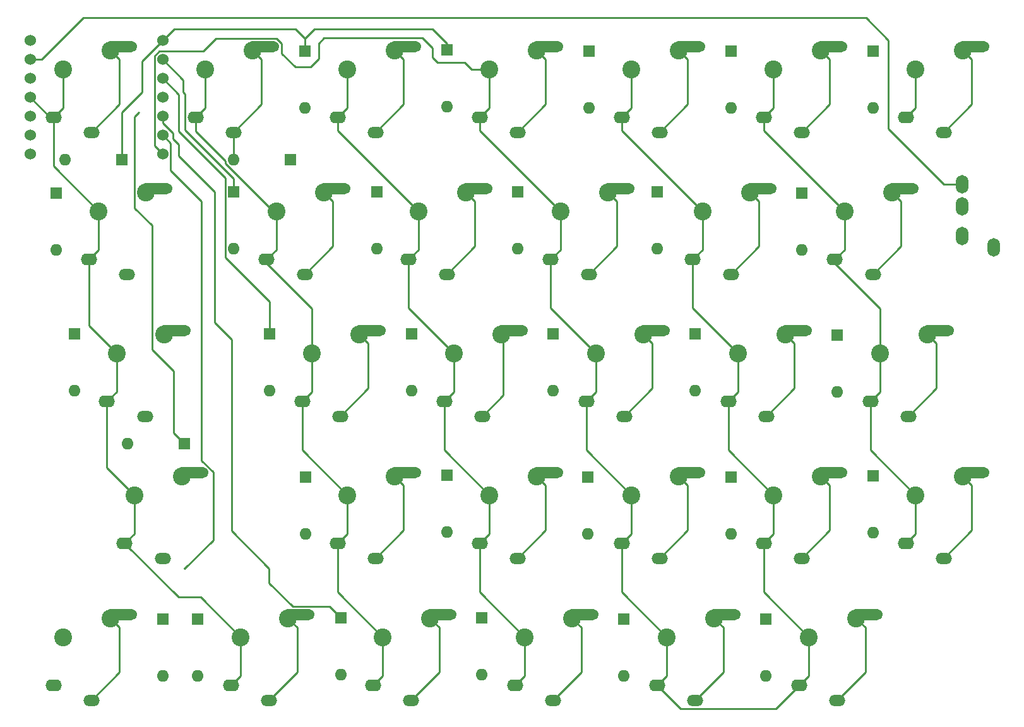
<source format=gbr>
%TF.GenerationSoftware,KiCad,Pcbnew,(7.0.0)*%
%TF.CreationDate,2023-05-23T14:58:40+09:00*%
%TF.ProjectId,sgkb,73676b62-2e6b-4696-9361-645f70636258,rev?*%
%TF.SameCoordinates,Original*%
%TF.FileFunction,Copper,L1,Top*%
%TF.FilePolarity,Positive*%
%FSLAX46Y46*%
G04 Gerber Fmt 4.6, Leading zero omitted, Abs format (unit mm)*
G04 Created by KiCad (PCBNEW (7.0.0)) date 2023-05-23 14:58:40*
%MOMM*%
%LPD*%
G01*
G04 APERTURE LIST*
G04 Aperture macros list*
%AMHorizOval*
0 Thick line with rounded ends*
0 $1 width*
0 $2 $3 position (X,Y) of the first rounded end (center of the circle)*
0 $4 $5 position (X,Y) of the second rounded end (center of the circle)*
0 Add line between two ends*
20,1,$1,$2,$3,$4,$5,0*
0 Add two circle primitives to create the rounded ends*
1,1,$1,$2,$3*
1,1,$1,$4,$5*%
G04 Aperture macros list end*
%TA.AperFunction,ComponentPad*%
%ADD10O,2.200000X1.600000*%
%TD*%
%TA.AperFunction,ComponentPad*%
%ADD11C,2.400000*%
%TD*%
%TA.AperFunction,ComponentPad*%
%ADD12O,2.200000X1.500000*%
%TD*%
%TA.AperFunction,ComponentPad*%
%ADD13HorizOval,1.500000X1.449945X0.012653X-1.449945X-0.012653X0*%
%TD*%
%TA.AperFunction,ComponentPad*%
%ADD14R,1.600000X1.600000*%
%TD*%
%TA.AperFunction,ComponentPad*%
%ADD15O,1.600000X1.600000*%
%TD*%
%TA.AperFunction,ComponentPad*%
%ADD16O,1.700000X2.500000*%
%TD*%
%TA.AperFunction,ComponentPad*%
%ADD17C,1.524000*%
%TD*%
%TA.AperFunction,ViaPad*%
%ADD18C,0.300000*%
%TD*%
%TA.AperFunction,Conductor*%
%ADD19C,0.250000*%
%TD*%
G04 APERTURE END LIST*
D10*
%TO.P,SW32,1,1*%
%TO.N,COL2*%
X61574999Y-132487499D03*
D11*
X62865000Y-126047500D03*
D12*
%TO.P,SW32,2,2*%
%TO.N,Net-(D32-A)*%
X66674999Y-134487499D03*
D11*
X69215000Y-123507500D03*
D13*
X70575041Y-123047098D03*
%TD*%
D10*
%TO.P,SW43,1,1*%
%TO.N,COL3*%
X94912499Y-151537499D03*
D11*
X96202500Y-145097500D03*
D12*
%TO.P,SW43,2,2*%
%TO.N,Net-(D43-A)*%
X100012499Y-153537499D03*
D11*
X102552500Y-142557500D03*
D13*
X103912541Y-142097098D03*
%TD*%
D14*
%TO.P,D41,1,K*%
%TO.N,ROW5*%
X66674999Y-142620999D03*
D15*
%TO.P,D41,2,A*%
%TO.N,Net-(D41-A)*%
X66674999Y-150240999D03*
%TD*%
D14*
%TO.P,D35,1,K*%
%TO.N,ROW4*%
X123697999Y-123570999D03*
D15*
%TO.P,D35,2,A*%
%TO.N,Net-(D35-A)*%
X123697999Y-131190999D03*
%TD*%
D10*
%TO.P,SW13,1,1*%
%TO.N,COL3*%
X80624999Y-94387499D03*
D11*
X81915000Y-87947500D03*
D12*
%TO.P,SW13,2,2*%
%TO.N,Net-(D13-A)*%
X85724999Y-96387499D03*
D11*
X88265000Y-85407500D03*
D13*
X89625041Y-84947098D03*
%TD*%
D10*
%TO.P,SW41,1,1*%
%TO.N,COL1*%
X52049999Y-151537499D03*
D11*
X53340000Y-145097500D03*
D12*
%TO.P,SW41,2,2*%
%TO.N,Net-(D41-A)*%
X57149999Y-153537499D03*
D11*
X59690000Y-142557500D03*
D13*
X61050041Y-142097098D03*
%TD*%
D14*
%TO.P,D8,1,K*%
%TO.N,Net-(D8-K)*%
X161924999Y-66420999D03*
D15*
%TO.P,D8,2,A*%
%TO.N,ROW1*%
X161924999Y-74040999D03*
%TD*%
D14*
%TO.P,D43,1,K*%
%TO.N,ROW5*%
X90550999Y-142493999D03*
D15*
%TO.P,D43,2,A*%
%TO.N,Net-(D43-A)*%
X90550999Y-150113999D03*
%TD*%
D10*
%TO.P,SW34,1,1*%
%TO.N,COL4*%
X109199999Y-132487499D03*
D11*
X110490000Y-126047500D03*
D12*
%TO.P,SW34,2,2*%
%TO.N,Net-(D34-A)*%
X114299999Y-134487499D03*
D11*
X116840000Y-123507500D03*
D13*
X118200041Y-123047098D03*
%TD*%
D10*
%TO.P,SW27,1,1*%
%TO.N,COL4*%
X161587499Y-113437499D03*
D11*
X162877500Y-106997500D03*
D12*
%TO.P,SW27,2,2*%
%TO.N,Net-(D27-K)*%
X166687499Y-115437499D03*
D11*
X169227500Y-104457500D03*
D13*
X170587541Y-103997098D03*
%TD*%
D14*
%TO.P,D32,1,K*%
%TO.N,ROW4*%
X69595999Y-119125999D03*
D15*
%TO.P,D32,2,A*%
%TO.N,Net-(D32-A)*%
X61975999Y-119125999D03*
%TD*%
D14*
%TO.P,D45,1,K*%
%TO.N,ROW5*%
X128523999Y-142620999D03*
D15*
%TO.P,D45,2,A*%
%TO.N,Net-(D45-A)*%
X128523999Y-150240999D03*
%TD*%
D14*
%TO.P,D3,1,K*%
%TO.N,ROW1*%
X83819999Y-81025999D03*
D15*
%TO.P,D3,2,A*%
%TO.N,Net-(D3-A)*%
X76199999Y-81025999D03*
%TD*%
D10*
%TO.P,SW25,1,1*%
%TO.N,COL5*%
X123487499Y-113437499D03*
D11*
X124777500Y-106997500D03*
D12*
%TO.P,SW25,2,2*%
%TO.N,Net-(D25-A)*%
X128587499Y-115437499D03*
D11*
X131127500Y-104457500D03*
D13*
X132487541Y-103997098D03*
%TD*%
D10*
%TO.P,SW6,1,1*%
%TO.N,COL5*%
X128249999Y-75337499D03*
D11*
X129540000Y-68897500D03*
D12*
%TO.P,SW6,2,2*%
%TO.N,Net-(D6-K)*%
X133349999Y-77337499D03*
D11*
X135890000Y-66357500D03*
D13*
X137250041Y-65897098D03*
%TD*%
D10*
%TO.P,SW4,1,1*%
%TO.N,COL4*%
X90149999Y-75337499D03*
D11*
X91440000Y-68897500D03*
D12*
%TO.P,SW4,2,2*%
%TO.N,Net-(D4-A)*%
X95249999Y-77337499D03*
D11*
X97790000Y-66357500D03*
D13*
X99150041Y-65897098D03*
%TD*%
D14*
%TO.P,D5,1,K*%
%TO.N,ROW1*%
X104774999Y-66293999D03*
D15*
%TO.P,D5,2,A*%
%TO.N,Net-(D5-A)*%
X104774999Y-73913999D03*
%TD*%
D14*
%TO.P,D22,1,K*%
%TO.N,ROW3*%
X54832249Y-104393999D03*
D15*
%TO.P,D22,2,A*%
%TO.N,Net-(D22-A)*%
X54832249Y-112013999D03*
%TD*%
D10*
%TO.P,SW7,1,1*%
%TO.N,COL4*%
X147299999Y-75337499D03*
D11*
X148590000Y-68897500D03*
D12*
%TO.P,SW7,2,2*%
%TO.N,Net-(D7-K)*%
X152399999Y-77337499D03*
D11*
X154940000Y-66357500D03*
D13*
X156300041Y-65897098D03*
%TD*%
D10*
%TO.P,SW17,1,1*%
%TO.N,COL4*%
X156824999Y-94387499D03*
D11*
X158115000Y-87947500D03*
D12*
%TO.P,SW17,2,2*%
%TO.N,Net-(D17-K)*%
X161924999Y-96387499D03*
D11*
X164465000Y-85407500D03*
D13*
X165825041Y-84947098D03*
%TD*%
D10*
%TO.P,SW24,1,1*%
%TO.N,COL4*%
X104437499Y-113437499D03*
D11*
X105727500Y-106997500D03*
D12*
%TO.P,SW24,2,2*%
%TO.N,Net-(D24-A)*%
X109537499Y-115437499D03*
D11*
X112077500Y-104457500D03*
D13*
X113437541Y-103997098D03*
%TD*%
D14*
%TO.P,D46,1,K*%
%TO.N,Net-(D46-K)*%
X147573999Y-142620999D03*
D15*
%TO.P,D46,2,A*%
%TO.N,ROW5*%
X147573999Y-150240999D03*
%TD*%
D10*
%TO.P,SW37,1,1*%
%TO.N,COL4*%
X166349999Y-132487499D03*
D11*
X167640000Y-126047500D03*
D12*
%TO.P,SW37,2,2*%
%TO.N,Net-(D37-K)*%
X171449999Y-134487499D03*
D11*
X173990000Y-123507500D03*
D13*
X175350041Y-123047098D03*
%TD*%
D10*
%TO.P,SW12,1,1*%
%TO.N,COL2*%
X56812499Y-94387499D03*
D11*
X58102500Y-87947500D03*
D12*
%TO.P,SW12,2,2*%
%TO.N,Net-(D12-A)*%
X61912499Y-96387499D03*
D11*
X64452500Y-85407500D03*
D13*
X65812541Y-84947098D03*
%TD*%
D14*
%TO.P,D6,1,K*%
%TO.N,Net-(D6-K)*%
X123824999Y-66420999D03*
D15*
%TO.P,D6,2,A*%
%TO.N,ROW1*%
X123824999Y-74040999D03*
%TD*%
D14*
%TO.P,D24,1,K*%
%TO.N,ROW3*%
X100075999Y-104393999D03*
D15*
%TO.P,D24,2,A*%
%TO.N,Net-(D24-A)*%
X100075999Y-112013999D03*
%TD*%
D10*
%TO.P,SW23,1,1*%
%TO.N,COL3*%
X85387499Y-113437499D03*
D11*
X86677500Y-106997500D03*
D12*
%TO.P,SW23,2,2*%
%TO.N,Net-(D23-A)*%
X90487499Y-115437499D03*
D11*
X93027500Y-104457500D03*
D13*
X94387541Y-103997098D03*
%TD*%
D14*
%TO.P,D14,1,K*%
%TO.N,ROW2*%
X95376999Y-85343999D03*
D15*
%TO.P,D14,2,A*%
%TO.N,Net-(D14-A)*%
X95376999Y-92963999D03*
%TD*%
D10*
%TO.P,SW33,1,1*%
%TO.N,COL3*%
X90149999Y-132487499D03*
D11*
X91440000Y-126047500D03*
D12*
%TO.P,SW33,2,2*%
%TO.N,Net-(D33-A)*%
X95249999Y-134487499D03*
D11*
X97790000Y-123507500D03*
D13*
X99150041Y-123047098D03*
%TD*%
D10*
%TO.P,SW15,1,1*%
%TO.N,COL5*%
X118724999Y-94387499D03*
D11*
X120015000Y-87947500D03*
D12*
%TO.P,SW15,2,2*%
%TO.N,Net-(D15-A)*%
X123824999Y-96387499D03*
D11*
X126365000Y-85407500D03*
D13*
X127725041Y-84947098D03*
%TD*%
D10*
%TO.P,SW46,1,1*%
%TO.N,COL5*%
X152062499Y-151537499D03*
D11*
X153352500Y-145097500D03*
D12*
%TO.P,SW46,2,2*%
%TO.N,Net-(D46-K)*%
X157162499Y-153537499D03*
D11*
X159702500Y-142557500D03*
D13*
X161062541Y-142097098D03*
%TD*%
D14*
%TO.P,D42,1,K*%
%TO.N,ROW5*%
X71373999Y-142620999D03*
D15*
%TO.P,D42,2,A*%
%TO.N,Net-(D42-A)*%
X71373999Y-150240999D03*
%TD*%
D10*
%TO.P,SW42,1,1*%
%TO.N,COL2*%
X75862499Y-151537499D03*
D11*
X77152500Y-145097500D03*
D12*
%TO.P,SW42,2,2*%
%TO.N,Net-(D42-A)*%
X80962499Y-153537499D03*
D11*
X83502500Y-142557500D03*
D13*
X84862541Y-142097098D03*
%TD*%
D10*
%TO.P,SW2,1,1*%
%TO.N,COL2*%
X52049999Y-75337499D03*
D11*
X53340000Y-68897500D03*
D12*
%TO.P,SW2,2,2*%
%TO.N,Net-(D2-A)*%
X57149999Y-77337499D03*
D11*
X59690000Y-66357500D03*
D13*
X61050041Y-65897098D03*
%TD*%
D14*
%TO.P,D13,1,K*%
%TO.N,ROW2*%
X76199999Y-85343999D03*
D15*
%TO.P,D13,2,A*%
%TO.N,Net-(D13-A)*%
X76199999Y-92963999D03*
%TD*%
D10*
%TO.P,SW3,1,1*%
%TO.N,COL3*%
X71099999Y-75337499D03*
D11*
X72390000Y-68897500D03*
D12*
%TO.P,SW3,2,2*%
%TO.N,Net-(D3-A)*%
X76199999Y-77337499D03*
D11*
X78740000Y-66357500D03*
D13*
X80100041Y-65897098D03*
%TD*%
D14*
%TO.P,D12,1,K*%
%TO.N,ROW2*%
X52387499Y-85470999D03*
D15*
%TO.P,D12,2,A*%
%TO.N,Net-(D12-A)*%
X52387499Y-93090999D03*
%TD*%
D14*
%TO.P,D23,1,K*%
%TO.N,ROW3*%
X81025999Y-104393999D03*
D15*
%TO.P,D23,2,A*%
%TO.N,Net-(D23-A)*%
X81025999Y-112013999D03*
%TD*%
D14*
%TO.P,D36,1,K*%
%TO.N,Net-(D36-K)*%
X142874999Y-123570999D03*
D15*
%TO.P,D36,2,A*%
%TO.N,ROW4*%
X142874999Y-131190999D03*
%TD*%
D14*
%TO.P,D25,1,K*%
%TO.N,ROW3*%
X118998999Y-104393999D03*
D15*
%TO.P,D25,2,A*%
%TO.N,Net-(D25-A)*%
X118998999Y-112013999D03*
%TD*%
D14*
%TO.P,D4,1,K*%
%TO.N,ROW1*%
X85724999Y-66420999D03*
D15*
%TO.P,D4,2,A*%
%TO.N,Net-(D4-A)*%
X85724999Y-74040999D03*
%TD*%
D10*
%TO.P,SW26,1,1*%
%TO.N,COL5*%
X142537499Y-113437499D03*
D11*
X143827500Y-106997500D03*
D12*
%TO.P,SW26,2,2*%
%TO.N,Net-(D26-K)*%
X147637499Y-115437499D03*
D11*
X150177500Y-104457500D03*
D13*
X151537541Y-103997098D03*
%TD*%
D14*
%TO.P,D44,1,K*%
%TO.N,ROW5*%
X109473999Y-142493999D03*
D15*
%TO.P,D44,2,A*%
%TO.N,Net-(D44-A)*%
X109473999Y-150113999D03*
%TD*%
D10*
%TO.P,SW14,1,1*%
%TO.N,COL4*%
X99674999Y-94387499D03*
D11*
X100965000Y-87947500D03*
D12*
%TO.P,SW14,2,2*%
%TO.N,Net-(D14-A)*%
X104774999Y-96387499D03*
D11*
X107315000Y-85407500D03*
D13*
X108675041Y-84947098D03*
%TD*%
D10*
%TO.P,SW35,1,1*%
%TO.N,COL5*%
X128249999Y-132487499D03*
D11*
X129540000Y-126047500D03*
D12*
%TO.P,SW35,2,2*%
%TO.N,Net-(D35-A)*%
X133349999Y-134487499D03*
D11*
X135890000Y-123507500D03*
D13*
X137250041Y-123047098D03*
%TD*%
D10*
%TO.P,SW22,1,1*%
%TO.N,COL2*%
X59193749Y-113437499D03*
D11*
X60483750Y-106997500D03*
D12*
%TO.P,SW22,2,2*%
%TO.N,Net-(D22-A)*%
X64293749Y-115437499D03*
D11*
X66833750Y-104457500D03*
D13*
X68193791Y-103997098D03*
%TD*%
D10*
%TO.P,SW5,1,1*%
%TO.N,COL5*%
X109199999Y-75337499D03*
D11*
X110490000Y-68897500D03*
D12*
%TO.P,SW5,2,2*%
%TO.N,Net-(D5-A)*%
X114299999Y-77337499D03*
D11*
X116840000Y-66357500D03*
D13*
X118200041Y-65897098D03*
%TD*%
D14*
%TO.P,D33,1,K*%
%TO.N,ROW4*%
X85851999Y-123570999D03*
D15*
%TO.P,D33,2,A*%
%TO.N,Net-(D33-A)*%
X85851999Y-131190999D03*
%TD*%
D10*
%TO.P,SW16,1,1*%
%TO.N,COL5*%
X137774999Y-94387499D03*
D11*
X139065000Y-87947500D03*
D12*
%TO.P,SW16,2,2*%
%TO.N,Net-(D16-K)*%
X142874999Y-96387499D03*
D11*
X145415000Y-85407500D03*
D13*
X146775041Y-84947098D03*
%TD*%
D14*
%TO.P,D37,1,K*%
%TO.N,Net-(D37-K)*%
X161924999Y-123443999D03*
D15*
%TO.P,D37,2,A*%
%TO.N,ROW4*%
X161924999Y-131063999D03*
%TD*%
D10*
%TO.P,SW44,1,1*%
%TO.N,COL4*%
X113962499Y-151537499D03*
D11*
X115252500Y-145097500D03*
D12*
%TO.P,SW44,2,2*%
%TO.N,Net-(D44-A)*%
X119062499Y-153537499D03*
D11*
X121602500Y-142557500D03*
D13*
X122962541Y-142097098D03*
%TD*%
D14*
%TO.P,D34,1,K*%
%TO.N,ROW4*%
X104774999Y-123316999D03*
D15*
%TO.P,D34,2,A*%
%TO.N,Net-(D34-A)*%
X104774999Y-130936999D03*
%TD*%
D14*
%TO.P,D15,1,K*%
%TO.N,ROW2*%
X114299999Y-85343999D03*
D15*
%TO.P,D15,2,A*%
%TO.N,Net-(D15-A)*%
X114299999Y-92963999D03*
%TD*%
D10*
%TO.P,SW36,1,1*%
%TO.N,COL5*%
X147299999Y-132487499D03*
D11*
X148590000Y-126047500D03*
D12*
%TO.P,SW36,2,2*%
%TO.N,Net-(D36-K)*%
X152399999Y-134487499D03*
D11*
X154940000Y-123507500D03*
D13*
X156300041Y-123047098D03*
%TD*%
D14*
%TO.P,D16,1,K*%
%TO.N,Net-(D16-K)*%
X132968999Y-85343999D03*
D15*
%TO.P,D16,2,A*%
%TO.N,ROW2*%
X132968999Y-92963999D03*
%TD*%
D10*
%TO.P,SW45,1,1*%
%TO.N,COL5*%
X133012499Y-151537499D03*
D11*
X134302500Y-145097500D03*
D12*
%TO.P,SW45,2,2*%
%TO.N,Net-(D45-A)*%
X138112499Y-153537499D03*
D11*
X140652500Y-142557500D03*
D13*
X142012541Y-142097098D03*
%TD*%
D14*
%TO.P,D17,1,K*%
%TO.N,Net-(D17-K)*%
X152399999Y-85470999D03*
D15*
%TO.P,D17,2,A*%
%TO.N,ROW2*%
X152399999Y-93090999D03*
%TD*%
D10*
%TO.P,SW8,1,1*%
%TO.N,COL3*%
X166349999Y-75337499D03*
D11*
X167640000Y-68897500D03*
D12*
%TO.P,SW8,2,2*%
%TO.N,Net-(D8-K)*%
X171449999Y-77337499D03*
D11*
X173990000Y-66357500D03*
D13*
X175350041Y-65897098D03*
%TD*%
D14*
%TO.P,D27,1,K*%
%TO.N,Net-(D27-K)*%
X157098999Y-104520999D03*
D15*
%TO.P,D27,2,A*%
%TO.N,ROW3*%
X157098999Y-112140999D03*
%TD*%
D14*
%TO.P,D26,1,K*%
%TO.N,Net-(D26-K)*%
X138048999Y-104393999D03*
D15*
%TO.P,D26,2,A*%
%TO.N,ROW3*%
X138048999Y-112013999D03*
%TD*%
D14*
%TO.P,D2,1,K*%
%TO.N,ROW1*%
X61213999Y-81025999D03*
D15*
%TO.P,D2,2,A*%
%TO.N,Net-(D2-A)*%
X53593999Y-81025999D03*
%TD*%
D14*
%TO.P,D7,1,K*%
%TO.N,Net-(D7-K)*%
X142874999Y-66420999D03*
D15*
%TO.P,D7,2,A*%
%TO.N,ROW1*%
X142874999Y-74040999D03*
%TD*%
D16*
%TO.P,J1,A*%
%TO.N,VCC*%
X178099999Y-92799999D03*
%TO.P,J1,B*%
%TO.N,GND*%
X173899999Y-84299999D03*
%TO.P,J1,C*%
%TO.N,unconnected-(J1-PadC)*%
X173899999Y-87299999D03*
%TO.P,J1,D*%
%TO.N,RX*%
X173899999Y-91299999D03*
%TD*%
D17*
%TO.P,U1,1,PA02_A0_D0*%
%TO.N,ROW1*%
X66675000Y-65024000D03*
%TO.P,U1,2,PA4_A1_D1*%
%TO.N,ROW2*%
X66675000Y-67564000D03*
%TO.P,U1,3,PA10_A2_D2*%
%TO.N,ROW3*%
X66675000Y-70104000D03*
%TO.P,U1,4,PA11_A3_D3*%
%TO.N,ROW4*%
X66675000Y-72644000D03*
%TO.P,U1,5,PA8_A4_D4_SDA*%
%TO.N,ROW5*%
X66675000Y-75184000D03*
%TO.P,U1,6,PA9_A5_D5_SCL*%
%TO.N,COL1*%
X66675000Y-77724000D03*
%TO.P,U1,7,PB08_A6_D6_TX*%
%TO.N,COL5*%
X66675000Y-80264000D03*
%TO.P,U1,8,PB09_A7_D7_RX*%
%TO.N,RX*%
X48895000Y-80264000D03*
%TO.P,U1,9,PA7_A8_D8_SCK*%
%TO.N,COL4*%
X48895000Y-77724000D03*
%TO.P,U1,10,PA5_A9_D9_MISO*%
%TO.N,COL3*%
X48895000Y-75184000D03*
%TO.P,U1,11,PA6_A10_D10_MOSI*%
%TO.N,COL2*%
X48895000Y-72644000D03*
%TO.P,U1,12,3V3*%
%TO.N,VCC*%
X48895000Y-70104000D03*
%TO.P,U1,13,GND*%
%TO.N,GND*%
X48895000Y-67564000D03*
%TO.P,U1,14,5V*%
%TO.N,unconnected-(U1-5V-Pad14)*%
X48895000Y-65024000D03*
%TD*%
D18*
%TO.N,ROW4*%
X63500000Y-74676000D03*
%TO.N,COL1*%
X69596000Y-135890000D03*
%TD*%
D19*
%TO.N,ROW1*%
X86995000Y-63500000D02*
X102870000Y-63500000D01*
X61214000Y-74676622D02*
X61214000Y-81026000D01*
X68199000Y-63500000D02*
X84455000Y-63500000D01*
X85725000Y-64770000D02*
X85725000Y-66421000D01*
X63925000Y-67774000D02*
X63925000Y-71965622D01*
X84455000Y-63500000D02*
X85725000Y-64770000D01*
X63925000Y-71965622D02*
X61214000Y-74676622D01*
X104775000Y-65405000D02*
X104775000Y-66294000D01*
X85725000Y-64770000D02*
X86995000Y-63500000D01*
X102870000Y-63500000D02*
X104775000Y-65405000D01*
X66675000Y-65024000D02*
X63925000Y-67774000D01*
X66675000Y-65024000D02*
X68199000Y-63500000D01*
%TO.N,Net-(D2-A)*%
X60890000Y-67557500D02*
X60890000Y-73597500D01*
X59690000Y-66357500D02*
X60890000Y-67557500D01*
X60890000Y-73597500D02*
X57150000Y-77337500D01*
%TO.N,Net-(D3-A)*%
X78740000Y-66357500D02*
X79940000Y-67557500D01*
X79940000Y-73597500D02*
X76200000Y-77337500D01*
X79940000Y-67557500D02*
X79940000Y-73597500D01*
X76200000Y-77337500D02*
X76200000Y-81026000D01*
%TO.N,Net-(D4-A)*%
X97790000Y-66357500D02*
X98990000Y-67557500D01*
X98990000Y-73597500D02*
X95250000Y-77337500D01*
X98990000Y-67557500D02*
X98990000Y-73597500D01*
%TO.N,Net-(D5-A)*%
X116840000Y-66357500D02*
X118040000Y-67557500D01*
X118040000Y-67557500D02*
X118040000Y-73597500D01*
X118040000Y-73597500D02*
X114300000Y-77337500D01*
%TO.N,Net-(D6-K)*%
X137090000Y-73597500D02*
X133350000Y-77337500D01*
X135890000Y-66357500D02*
X137090000Y-67557500D01*
X137090000Y-67557500D02*
X137090000Y-73597500D01*
%TO.N,Net-(D7-K)*%
X154940000Y-66357500D02*
X156140000Y-67557500D01*
X156140000Y-73597500D02*
X152400000Y-77337500D01*
X156140000Y-67557500D02*
X156140000Y-73597500D01*
%TO.N,Net-(D8-K)*%
X175190000Y-67557500D02*
X175190000Y-73597500D01*
X173990000Y-66357500D02*
X175190000Y-67557500D01*
X175190000Y-73597500D02*
X171450000Y-77337500D01*
%TO.N,Net-(D13-A)*%
X89465000Y-86607500D02*
X89465000Y-92647500D01*
X88265000Y-85407500D02*
X89465000Y-86607500D01*
X89465000Y-92647500D02*
X85725000Y-96387500D01*
%TO.N,Net-(D14-A)*%
X108515000Y-86607500D02*
X108515000Y-92647500D01*
X107315000Y-85407500D02*
X108515000Y-86607500D01*
X108515000Y-92647500D02*
X104775000Y-96387500D01*
%TO.N,Net-(D15-A)*%
X127565000Y-92647500D02*
X123825000Y-96387500D01*
X126365000Y-85407500D02*
X127565000Y-86607500D01*
X127565000Y-86607500D02*
X127565000Y-92647500D01*
%TO.N,Net-(D16-K)*%
X145415000Y-85407500D02*
X146615000Y-86607500D01*
X146615000Y-92647500D02*
X142875000Y-96387500D01*
X146615000Y-86607500D02*
X146615000Y-92647500D01*
%TO.N,Net-(D17-K)*%
X165665000Y-86607500D02*
X165665000Y-92647500D01*
X164465000Y-85407500D02*
X165665000Y-86607500D01*
X165665000Y-92647500D02*
X161925000Y-96387500D01*
%TO.N,Net-(D23-A)*%
X94227500Y-105657500D02*
X94227500Y-111697500D01*
X94227500Y-111697500D02*
X90487500Y-115437500D01*
X93027500Y-104457500D02*
X94227500Y-105657500D01*
%TO.N,Net-(D24-A)*%
X112362500Y-104742500D02*
X112362500Y-112612500D01*
X112362500Y-112612500D02*
X109537500Y-115437500D01*
X112077500Y-104457500D02*
X112362500Y-104742500D01*
%TO.N,Net-(D25-A)*%
X132327500Y-111697500D02*
X128587500Y-115437500D01*
X131127500Y-104457500D02*
X132327500Y-105657500D01*
X132327500Y-105657500D02*
X132327500Y-111697500D01*
%TO.N,Net-(D26-K)*%
X150177500Y-104457500D02*
X151377500Y-105657500D01*
X151377500Y-105657500D02*
X151377500Y-111697500D01*
X151377500Y-111697500D02*
X147637500Y-115437500D01*
%TO.N,Net-(D27-K)*%
X169227500Y-104457500D02*
X170427500Y-105657500D01*
X170427500Y-105657500D02*
X170427500Y-111697500D01*
X170427500Y-111697500D02*
X166687500Y-115437500D01*
%TO.N,Net-(D33-A)*%
X97790000Y-123507500D02*
X98990000Y-124707500D01*
X98990000Y-124707500D02*
X98990000Y-130747500D01*
X98990000Y-130747500D02*
X95250000Y-134487500D01*
%TO.N,Net-(D34-A)*%
X118040000Y-124707500D02*
X118040000Y-130747500D01*
X118040000Y-130747500D02*
X114300000Y-134487500D01*
X116840000Y-123507500D02*
X118040000Y-124707500D01*
%TO.N,Net-(D35-A)*%
X137090000Y-124707500D02*
X137090000Y-130747500D01*
X137090000Y-130747500D02*
X133350000Y-134487500D01*
X135890000Y-123507500D02*
X137090000Y-124707500D01*
%TO.N,Net-(D36-K)*%
X156140000Y-124707500D02*
X156140000Y-130747500D01*
X156140000Y-130747500D02*
X152400000Y-134487500D01*
X154940000Y-123507500D02*
X156140000Y-124707500D01*
%TO.N,Net-(D37-K)*%
X175190000Y-130747500D02*
X171450000Y-134487500D01*
X173990000Y-123507500D02*
X175190000Y-124707500D01*
X175190000Y-124707500D02*
X175190000Y-130747500D01*
%TO.N,Net-(D41-A)*%
X59690000Y-142557500D02*
X60890000Y-143757500D01*
X60890000Y-149797500D02*
X57150000Y-153537500D01*
X60890000Y-143757500D02*
X60890000Y-149797500D01*
%TO.N,Net-(D42-A)*%
X84702500Y-149797500D02*
X80962500Y-153537500D01*
X83502500Y-142557500D02*
X84702500Y-143757500D01*
X84702500Y-143757500D02*
X84702500Y-149797500D01*
%TO.N,Net-(D43-A)*%
X103752500Y-143757500D02*
X103752500Y-149797500D01*
X102552500Y-142557500D02*
X103752500Y-143757500D01*
X103752500Y-149797500D02*
X100012500Y-153537500D01*
%TO.N,Net-(D44-A)*%
X122802500Y-149797500D02*
X119062500Y-153537500D01*
X122802500Y-143757500D02*
X122802500Y-149797500D01*
X121602500Y-142557500D02*
X122802500Y-143757500D01*
%TO.N,Net-(D45-A)*%
X141852500Y-149797500D02*
X138112500Y-153537500D01*
X140652500Y-142557500D02*
X141852500Y-143757500D01*
X141852500Y-143757500D02*
X141852500Y-149797500D01*
%TO.N,Net-(D46-K)*%
X160902500Y-143757500D02*
X160902500Y-149797500D01*
X159702500Y-142557500D02*
X160902500Y-143757500D01*
X160902500Y-149797500D02*
X157162500Y-153537500D01*
%TO.N,ROW2*%
X76200000Y-83566000D02*
X76200000Y-85344000D01*
X69675000Y-72215000D02*
X69675000Y-77041000D01*
X69425000Y-71965000D02*
X69675000Y-72215000D01*
X66675000Y-67564000D02*
X69425000Y-70314000D01*
X69425000Y-70314000D02*
X69425000Y-71965000D01*
X69675000Y-77041000D02*
X76200000Y-83566000D01*
%TO.N,ROW3*%
X68834000Y-77216000D02*
X75075000Y-83457000D01*
X75075000Y-94125000D02*
X81026000Y-100076000D01*
X81026000Y-100076000D02*
X81026000Y-104394000D01*
X68834000Y-72263000D02*
X68834000Y-77216000D01*
X75075000Y-83457000D02*
X75075000Y-94125000D01*
X66675000Y-70104000D02*
X68834000Y-72263000D01*
%TO.N,ROW4*%
X68148750Y-117678750D02*
X69596000Y-119126000D01*
X62927500Y-75248500D02*
X62927500Y-87507347D01*
X65278000Y-89857847D02*
X65278000Y-106526597D01*
X62927500Y-87507347D02*
X65278000Y-89857847D01*
X65278000Y-106526597D02*
X68148750Y-109397347D01*
X68148750Y-109397347D02*
X68148750Y-117678750D01*
X63500000Y-74676000D02*
X62927500Y-75248500D01*
%TO.N,ROW5*%
X80950000Y-135843743D02*
X80950000Y-137846000D01*
X75946000Y-105156000D02*
X75946000Y-130839743D01*
X80950000Y-137846000D02*
X84109601Y-141005601D01*
X75946000Y-130839743D02*
X80950000Y-135843743D01*
X73660000Y-85344000D02*
X73660000Y-102870000D01*
X73660000Y-102870000D02*
X75946000Y-105156000D01*
X68834000Y-80518000D02*
X73660000Y-85344000D01*
X84109601Y-141005601D02*
X89062601Y-141005601D01*
X68072000Y-78231302D02*
X68834000Y-78993302D01*
X89062601Y-141005601D02*
X90551000Y-142494000D01*
X66675000Y-75184000D02*
X66675000Y-76073000D01*
X68834000Y-78993302D02*
X68834000Y-80518000D01*
X68072000Y-77470000D02*
X68072000Y-78231302D01*
X66675000Y-76073000D02*
X68072000Y-77470000D01*
%TO.N,COL1*%
X73450000Y-132036000D02*
X69596000Y-135890000D01*
X71882000Y-121365742D02*
X73450000Y-122933742D01*
X67762000Y-78811000D02*
X67762000Y-82494000D01*
X67762000Y-82494000D02*
X71882000Y-86614000D01*
X71882000Y-86614000D02*
X71882000Y-121365742D01*
X66675000Y-77724000D02*
X67762000Y-78811000D01*
X73450000Y-122933742D02*
X73450000Y-132036000D01*
%TO.N,COL2*%
X56812500Y-103326250D02*
X60483750Y-106997500D01*
X52050000Y-75337500D02*
X53340000Y-74047500D01*
X77152500Y-150247500D02*
X75862500Y-151537500D01*
X58102500Y-87947500D02*
X58102500Y-93097500D01*
X77152500Y-145097500D02*
X77152500Y-150247500D01*
X71755000Y-139700000D02*
X77152500Y-145097500D01*
X68787500Y-139700000D02*
X71755000Y-139700000D01*
X51588500Y-75337500D02*
X52050000Y-75337500D01*
X48895000Y-72644000D02*
X51588500Y-75337500D01*
X59193750Y-113437500D02*
X59193750Y-122376250D01*
X62865000Y-131197500D02*
X61575000Y-132487500D01*
X60483750Y-112147500D02*
X59193750Y-113437500D01*
X52050000Y-75337500D02*
X52050000Y-81895000D01*
X53340000Y-74047500D02*
X53340000Y-68897500D01*
X58102500Y-93097500D02*
X56812500Y-94387500D01*
X62865000Y-126047500D02*
X62865000Y-131197500D01*
X56812500Y-94387500D02*
X56812500Y-103326250D01*
X61575000Y-132487500D02*
X68787500Y-139700000D01*
X59193750Y-122376250D02*
X62865000Y-126047500D01*
X52050000Y-81895000D02*
X58102500Y-87947500D01*
X60483750Y-106997500D02*
X60483750Y-112147500D01*
%TO.N,COL3*%
X72390000Y-74047500D02*
X71100000Y-75337500D01*
X80625000Y-94912500D02*
X86677500Y-100965000D01*
X91440000Y-131197500D02*
X90150000Y-132487500D01*
X85387500Y-113437500D02*
X85387500Y-119995000D01*
X86677500Y-100965000D02*
X86677500Y-106997500D01*
X91440000Y-126047500D02*
X91440000Y-131197500D01*
X86677500Y-106997500D02*
X86677500Y-112147500D01*
X96202500Y-150247500D02*
X94912500Y-151537500D01*
X80625000Y-94387500D02*
X80625000Y-94912500D01*
X71100000Y-75337500D02*
X71100000Y-77196000D01*
X85387500Y-119995000D02*
X91440000Y-126047500D01*
X86677500Y-112147500D02*
X85387500Y-113437500D01*
X75075000Y-81171000D02*
X75075000Y-81491991D01*
X81530509Y-87947500D02*
X81915000Y-87947500D01*
X90150000Y-132487500D02*
X90150000Y-139045000D01*
X167640000Y-68897500D02*
X167640000Y-74047500D01*
X72390000Y-68897500D02*
X72390000Y-74047500D01*
X81915000Y-87947500D02*
X81915000Y-93097500D01*
X75075000Y-81491991D02*
X81530509Y-87947500D01*
X71100000Y-77196000D02*
X75075000Y-81171000D01*
X96202500Y-145097500D02*
X96202500Y-150247500D01*
X90150000Y-139045000D02*
X96202500Y-145097500D01*
X167640000Y-74047500D02*
X166350000Y-75337500D01*
X81915000Y-93097500D02*
X80625000Y-94387500D01*
%TO.N,COL4*%
X162877500Y-100965000D02*
X162877500Y-106997500D01*
X90150000Y-75337500D02*
X90150000Y-77132500D01*
X148590000Y-74047500D02*
X147300000Y-75337500D01*
X167640000Y-126047500D02*
X167640000Y-131197500D01*
X91440000Y-74047500D02*
X90150000Y-75337500D01*
X100965000Y-87947500D02*
X100965000Y-93097500D01*
X90150000Y-77132500D02*
X100965000Y-87947500D01*
X110490000Y-126047500D02*
X110490000Y-131197500D01*
X100965000Y-93097500D02*
X99675000Y-94387500D01*
X104437500Y-113437500D02*
X104437500Y-119995000D01*
X105727500Y-106997500D02*
X105727500Y-112147500D01*
X104437500Y-119995000D02*
X110490000Y-126047500D01*
X109200000Y-132487500D02*
X109200000Y-139045000D01*
X147300000Y-77132500D02*
X158115000Y-87947500D01*
X161587500Y-119995000D02*
X167640000Y-126047500D01*
X105727500Y-112147500D02*
X104437500Y-113437500D01*
X110490000Y-131197500D02*
X109200000Y-132487500D01*
X109200000Y-139045000D02*
X115252500Y-145097500D01*
X115252500Y-150247500D02*
X113962500Y-151537500D01*
X148590000Y-68897500D02*
X148590000Y-74047500D01*
X156825000Y-94912500D02*
X162877500Y-100965000D01*
X167640000Y-131197500D02*
X166350000Y-132487500D01*
X99675000Y-100945000D02*
X105727500Y-106997500D01*
X115252500Y-145097500D02*
X115252500Y-150247500D01*
X99675000Y-94387500D02*
X99675000Y-100945000D01*
X161587500Y-113437500D02*
X161587500Y-119995000D01*
X147300000Y-75337500D02*
X147300000Y-77132500D01*
X156825000Y-94387500D02*
X156825000Y-94912500D01*
X91440000Y-68897500D02*
X91440000Y-74047500D01*
X162877500Y-106997500D02*
X162877500Y-112147500D01*
X162877500Y-112147500D02*
X161587500Y-113437500D01*
X158115000Y-93097500D02*
X156825000Y-94387500D01*
X158115000Y-87947500D02*
X158115000Y-93097500D01*
%TO.N,COL5*%
X102870000Y-67310000D02*
X102870000Y-66040000D01*
X82628832Y-66320328D02*
X82621060Y-65429802D01*
X129540000Y-68897500D02*
X129540000Y-74047500D01*
X129540000Y-126047500D02*
X129540000Y-131197500D01*
X65588000Y-67113749D02*
X65588000Y-79177000D01*
X87630000Y-67468750D02*
X86518750Y-68580000D01*
X128250000Y-77132500D02*
X139065000Y-87947500D01*
X82628832Y-66753832D02*
X82628832Y-66320328D01*
X148590000Y-131197500D02*
X147300000Y-132487500D01*
X136161000Y-154686000D02*
X148914000Y-154686000D01*
X123487500Y-113437500D02*
X123487500Y-119995000D01*
X139065000Y-87947500D02*
X139065000Y-93097500D01*
X72126176Y-66477000D02*
X66224749Y-66477000D01*
X81950268Y-64770000D02*
X73833176Y-64770000D01*
X84455000Y-68580000D02*
X82628832Y-66753832D01*
X88323000Y-64712000D02*
X87630000Y-65405000D01*
X110490000Y-74047500D02*
X109200000Y-75337500D01*
X87630000Y-65405000D02*
X87630000Y-67468750D01*
X102870000Y-66040000D02*
X101542000Y-64712000D01*
X148590000Y-126047500D02*
X148590000Y-131197500D01*
X134302500Y-145097500D02*
X134302500Y-150247500D01*
X153352500Y-145097500D02*
X153352500Y-150247500D01*
X153352500Y-150247500D02*
X152062500Y-151537500D01*
X143827500Y-112147500D02*
X142537500Y-113437500D01*
X109200000Y-75337500D02*
X109200000Y-77132500D01*
X129540000Y-131197500D02*
X128250000Y-132487500D01*
X102870000Y-67310000D02*
X103505000Y-67945000D01*
X108108750Y-68897500D02*
X107156250Y-67945000D01*
X137775000Y-94387500D02*
X137775000Y-100945000D01*
X128250000Y-139045000D02*
X134302500Y-145097500D01*
X133012500Y-151537500D02*
X136161000Y-154686000D01*
X73833176Y-64770000D02*
X72126176Y-66477000D01*
X137775000Y-100945000D02*
X143827500Y-106997500D01*
X128250000Y-132487500D02*
X128250000Y-139045000D01*
X65588000Y-79177000D02*
X66675000Y-80264000D01*
X66224749Y-66477000D02*
X65588000Y-67113749D01*
X118725000Y-100945000D02*
X124777500Y-106997500D01*
X128250000Y-75337500D02*
X128250000Y-77132500D01*
X147300000Y-139045000D02*
X153352500Y-145097500D01*
X110490000Y-68897500D02*
X108108750Y-68897500D01*
X101542000Y-64712000D02*
X88323000Y-64712000D01*
X148914000Y-154686000D02*
X152062500Y-151537500D01*
X120015000Y-93097500D02*
X118725000Y-94387500D01*
X124777500Y-106997500D02*
X124777500Y-112147500D01*
X86518750Y-68580000D02*
X84455000Y-68580000D01*
X109200000Y-77132500D02*
X120015000Y-87947500D01*
X82621060Y-65429802D02*
X81985869Y-64805601D01*
X110490000Y-68897500D02*
X110490000Y-74047500D01*
X147300000Y-132487500D02*
X147300000Y-139045000D01*
X120015000Y-87947500D02*
X120015000Y-93097500D01*
X107156250Y-67945000D02*
X103505000Y-67945000D01*
X134302500Y-150247500D02*
X133012500Y-151537500D01*
X142537500Y-119995000D02*
X148590000Y-126047500D01*
X142537500Y-113437500D02*
X142537500Y-119995000D01*
X129540000Y-74047500D02*
X128250000Y-75337500D01*
X123487500Y-119995000D02*
X129540000Y-126047500D01*
X143827500Y-106997500D02*
X143827500Y-112147500D01*
X118725000Y-94387500D02*
X118725000Y-100945000D01*
X139065000Y-93097500D02*
X137775000Y-94387500D01*
X81985869Y-64805601D02*
X81950268Y-64770000D01*
X124777500Y-112147500D02*
X123487500Y-113437500D01*
%TO.N,GND*%
X164000000Y-76887500D02*
X164000000Y-65000000D01*
X50436000Y-67564000D02*
X48895000Y-67564000D01*
X173900000Y-84300000D02*
X171412500Y-84300000D01*
X171412500Y-84300000D02*
X164000000Y-76887500D01*
X161000000Y-62000000D02*
X56000000Y-62000000D01*
X164000000Y-65000000D02*
X161000000Y-62000000D01*
X56000000Y-62000000D02*
X50436000Y-67564000D01*
%TD*%
M02*

</source>
